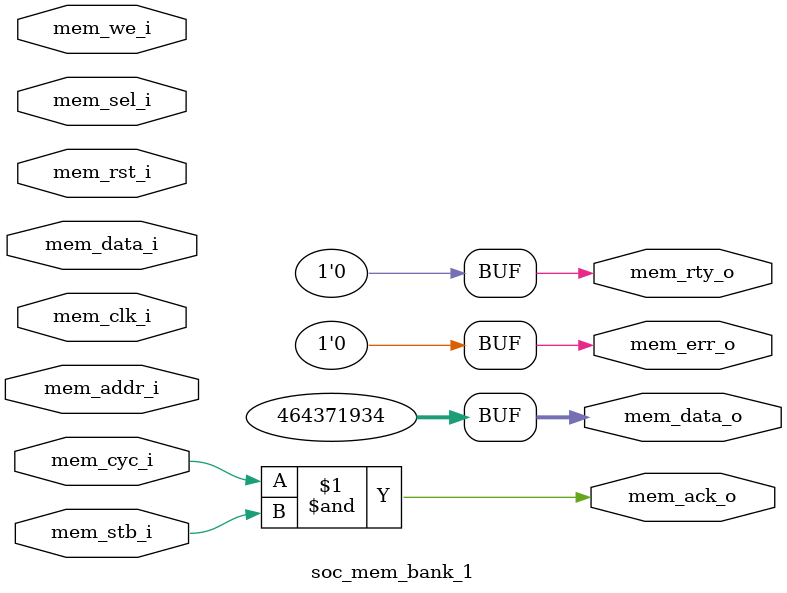
<source format=v>



module soc_mem_bank_1(
	                      input   [31:0]  mem_data_i,
	                      output  [31:0]  mem_data_o,
	                      input   [31:0]  mem_addr_i,
	                      input   [3:0]   mem_sel_i,
	                      input           mem_we_i,
	                      input           mem_cyc_i,
	                      input           mem_stb_i,
	                      output          mem_ack_o,
	                      output          mem_err_o,
	                      output          mem_rty_o,
	      
	                      input           mem_clk_i, 
	                      input           mem_rst_i
	                    );
                     
                           
  //---------------------------------------------------
  // outputs
  assign mem_data_o = 32'h1bad_c0de;
  assign mem_ack_o = mem_cyc_i & mem_stb_i;
  assign mem_err_o = 1'b0;
  assign mem_rty_o = 1'b0;

endmodule


</source>
